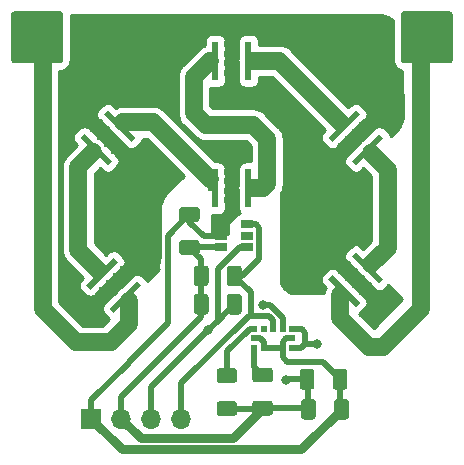
<source format=gbr>
%TF.GenerationSoftware,KiCad,Pcbnew,5.1.6*%
%TF.CreationDate,2020-09-21T04:08:01+02:00*%
%TF.ProjectId,inulox_led_bulb,696e756c-6f78-45f6-9c65-645f62756c62,rev?*%
%TF.SameCoordinates,Original*%
%TF.FileFunction,Copper,L1,Top*%
%TF.FilePolarity,Positive*%
%FSLAX46Y46*%
G04 Gerber Fmt 4.6, Leading zero omitted, Abs format (unit mm)*
G04 Created by KiCad (PCBNEW 5.1.6) date 2020-09-21 04:08:01*
%MOMM*%
%LPD*%
G01*
G04 APERTURE LIST*
%TA.AperFunction,SMDPad,CuDef*%
%ADD10R,1.060000X0.650000*%
%TD*%
%TA.AperFunction,SMDPad,CuDef*%
%ADD11R,0.080000X0.250000*%
%TD*%
%TA.AperFunction,SMDPad,CuDef*%
%ADD12R,0.500000X0.500000*%
%TD*%
%TA.AperFunction,ComponentPad*%
%ADD13O,1.700000X1.700000*%
%TD*%
%TA.AperFunction,ComponentPad*%
%ADD14R,1.700000X1.700000*%
%TD*%
%TA.AperFunction,SMDPad,CuDef*%
%ADD15C,0.100000*%
%TD*%
%TA.AperFunction,SMDPad,CuDef*%
%ADD16R,1.300000X3.300000*%
%TD*%
%TA.AperFunction,SMDPad,CuDef*%
%ADD17R,0.500000X3.300000*%
%TD*%
%TA.AperFunction,SMDPad,CuDef*%
%ADD18R,0.400000X0.500000*%
%TD*%
%TA.AperFunction,ViaPad*%
%ADD19C,0.800000*%
%TD*%
%TA.AperFunction,ViaPad*%
%ADD20C,0.600000*%
%TD*%
%TA.AperFunction,Conductor*%
%ADD21C,0.500000*%
%TD*%
%TA.AperFunction,Conductor*%
%ADD22C,0.750000*%
%TD*%
%TA.AperFunction,Conductor*%
%ADD23C,1.500000*%
%TD*%
%TA.AperFunction,Conductor*%
%ADD24C,0.250000*%
%TD*%
%TA.AperFunction,Conductor*%
%ADD25C,0.254000*%
%TD*%
G04 APERTURE END LIST*
%TO.P,LED +,1*%
%TO.N,Net-(D1-Pad2)*%
%TA.AperFunction,ComponentPad*%
G36*
G01*
X96300000Y-41950001D02*
X96300000Y-38049999D01*
G75*
G02*
X96549999Y-37800000I249999J0D01*
G01*
X100450001Y-37800000D01*
G75*
G02*
X100700000Y-38049999I0J-249999D01*
G01*
X100700000Y-41950001D01*
G75*
G02*
X100450001Y-42200000I-249999J0D01*
G01*
X96549999Y-42200000D01*
G75*
G02*
X96300000Y-41950001I0J249999D01*
G01*
G37*
%TD.AperFunction*%
%TD*%
%TO.P,LED -,1*%
%TO.N,Net-(D6-Pad1)*%
%TA.AperFunction,ComponentPad*%
G36*
G01*
X129300000Y-41950001D02*
X129300000Y-38049999D01*
G75*
G02*
X129549999Y-37800000I249999J0D01*
G01*
X133450001Y-37800000D01*
G75*
G02*
X133700000Y-38049999I0J-249999D01*
G01*
X133700000Y-41950001D01*
G75*
G02*
X133450001Y-42200000I-249999J0D01*
G01*
X129549999Y-42200000D01*
G75*
G02*
X129300000Y-41950001I0J249999D01*
G01*
G37*
%TD.AperFunction*%
%TD*%
D10*
%TO.P,U2,5*%
%TO.N,Net-(U2-Pad5)*%
X116300000Y-56800000D03*
%TO.P,U2,6*%
%TO.N,Net-(J1-Pad4)*%
X116300000Y-55850000D03*
%TO.P,U2,4*%
%TO.N,Net-(J1-Pad3)*%
X116300000Y-57750000D03*
%TO.P,U2,3*%
%TO.N,VCC*%
X114100000Y-57750000D03*
%TO.P,U2,2*%
%TO.N,GND*%
X114100000Y-56800000D03*
%TO.P,U2,1*%
X114100000Y-55850000D03*
%TD*%
D11*
%TO.P,U1,1*%
%TO.N,VCC*%
X120390000Y-66175000D03*
D12*
%TO.P,U1,6*%
%TO.N,GND*%
X116900000Y-65500000D03*
%TO.P,U1,5*%
%TO.N,Net-(R6-Pad2)*%
X116900000Y-66300000D03*
%TO.P,U1,4*%
%TO.N,GND*%
X117700000Y-66300000D03*
%TO.P,U1,3*%
X118500000Y-66300000D03*
%TO.P,U1,2*%
X119300000Y-66300000D03*
%TO.P,U1,1*%
%TO.N,VCC*%
X120100000Y-66300000D03*
%TO.P,U1,12*%
%TO.N,GND*%
X120100000Y-65500000D03*
%TO.P,U1,7*%
%TO.N,Net-(R4-Pad2)*%
X116900000Y-64700000D03*
%TO.P,U1,8*%
%TO.N,Net-(U1-Pad8)*%
X117700000Y-64700000D03*
%TO.P,U1,9*%
%TO.N,Net-(J1-Pad4)*%
X118500000Y-64700000D03*
%TO.P,U1,10*%
%TO.N,Net-(J1-Pad3)*%
X119300000Y-64700000D03*
%TO.P,U1,11*%
%TO.N,VCC*%
X120100000Y-64700000D03*
%TD*%
%TO.P,R6,2*%
%TO.N,Net-(R6-Pad2)*%
%TA.AperFunction,SMDPad,CuDef*%
G36*
G01*
X118225000Y-69225000D02*
X116975000Y-69225000D01*
G75*
G02*
X116725000Y-68975000I0J250000D01*
G01*
X116725000Y-68225000D01*
G75*
G02*
X116975000Y-67975000I250000J0D01*
G01*
X118225000Y-67975000D01*
G75*
G02*
X118475000Y-68225000I0J-250000D01*
G01*
X118475000Y-68975000D01*
G75*
G02*
X118225000Y-69225000I-250000J0D01*
G01*
G37*
%TD.AperFunction*%
%TO.P,R6,1*%
%TO.N,VCC*%
%TA.AperFunction,SMDPad,CuDef*%
G36*
G01*
X118225000Y-72025000D02*
X116975000Y-72025000D01*
G75*
G02*
X116725000Y-71775000I0J250000D01*
G01*
X116725000Y-71025000D01*
G75*
G02*
X116975000Y-70775000I250000J0D01*
G01*
X118225000Y-70775000D01*
G75*
G02*
X118475000Y-71025000I0J-250000D01*
G01*
X118475000Y-71775000D01*
G75*
G02*
X118225000Y-72025000I-250000J0D01*
G01*
G37*
%TD.AperFunction*%
%TD*%
%TO.P,R4,2*%
%TO.N,Net-(R4-Pad2)*%
%TA.AperFunction,SMDPad,CuDef*%
G36*
G01*
X115195000Y-69265000D02*
X113945000Y-69265000D01*
G75*
G02*
X113695000Y-69015000I0J250000D01*
G01*
X113695000Y-68265000D01*
G75*
G02*
X113945000Y-68015000I250000J0D01*
G01*
X115195000Y-68015000D01*
G75*
G02*
X115445000Y-68265000I0J-250000D01*
G01*
X115445000Y-69015000D01*
G75*
G02*
X115195000Y-69265000I-250000J0D01*
G01*
G37*
%TD.AperFunction*%
%TO.P,R4,1*%
%TO.N,VCC*%
%TA.AperFunction,SMDPad,CuDef*%
G36*
G01*
X115195000Y-72065000D02*
X113945000Y-72065000D01*
G75*
G02*
X113695000Y-71815000I0J250000D01*
G01*
X113695000Y-71065000D01*
G75*
G02*
X113945000Y-70815000I250000J0D01*
G01*
X115195000Y-70815000D01*
G75*
G02*
X115445000Y-71065000I0J-250000D01*
G01*
X115445000Y-71815000D01*
G75*
G02*
X115195000Y-72065000I-250000J0D01*
G01*
G37*
%TD.AperFunction*%
%TD*%
%TO.P,R2,2*%
%TO.N,Net-(J1-Pad3)*%
%TA.AperFunction,SMDPad,CuDef*%
G36*
G01*
X114575000Y-63225000D02*
X114575000Y-61975000D01*
G75*
G02*
X114825000Y-61725000I250000J0D01*
G01*
X115575000Y-61725000D01*
G75*
G02*
X115825000Y-61975000I0J-250000D01*
G01*
X115825000Y-63225000D01*
G75*
G02*
X115575000Y-63475000I-250000J0D01*
G01*
X114825000Y-63475000D01*
G75*
G02*
X114575000Y-63225000I0J250000D01*
G01*
G37*
%TD.AperFunction*%
%TO.P,R2,1*%
%TO.N,VCC*%
%TA.AperFunction,SMDPad,CuDef*%
G36*
G01*
X111775000Y-63225000D02*
X111775000Y-61975000D01*
G75*
G02*
X112025000Y-61725000I250000J0D01*
G01*
X112775000Y-61725000D01*
G75*
G02*
X113025000Y-61975000I0J-250000D01*
G01*
X113025000Y-63225000D01*
G75*
G02*
X112775000Y-63475000I-250000J0D01*
G01*
X112025000Y-63475000D01*
G75*
G02*
X111775000Y-63225000I0J250000D01*
G01*
G37*
%TD.AperFunction*%
%TD*%
%TO.P,R1,2*%
%TO.N,Net-(J1-Pad4)*%
%TA.AperFunction,SMDPad,CuDef*%
G36*
G01*
X114575000Y-60825000D02*
X114575000Y-59575000D01*
G75*
G02*
X114825000Y-59325000I250000J0D01*
G01*
X115575000Y-59325000D01*
G75*
G02*
X115825000Y-59575000I0J-250000D01*
G01*
X115825000Y-60825000D01*
G75*
G02*
X115575000Y-61075000I-250000J0D01*
G01*
X114825000Y-61075000D01*
G75*
G02*
X114575000Y-60825000I0J250000D01*
G01*
G37*
%TD.AperFunction*%
%TO.P,R1,1*%
%TO.N,VCC*%
%TA.AperFunction,SMDPad,CuDef*%
G36*
G01*
X111775000Y-60825000D02*
X111775000Y-59575000D01*
G75*
G02*
X112025000Y-59325000I250000J0D01*
G01*
X112775000Y-59325000D01*
G75*
G02*
X113025000Y-59575000I0J-250000D01*
G01*
X113025000Y-60825000D01*
G75*
G02*
X112775000Y-61075000I-250000J0D01*
G01*
X112025000Y-61075000D01*
G75*
G02*
X111775000Y-60825000I0J250000D01*
G01*
G37*
%TD.AperFunction*%
%TD*%
D13*
%TO.P,J1,4*%
%TO.N,Net-(J1-Pad4)*%
X110720000Y-72300000D03*
%TO.P,J1,3*%
%TO.N,Net-(J1-Pad3)*%
X108180000Y-72300000D03*
%TO.P,J1,2*%
%TO.N,VCC*%
X105640000Y-72300000D03*
D14*
%TO.P,J1,1*%
%TO.N,GND*%
X103100000Y-72300000D03*
%TD*%
%TA.AperFunction,SMDPad,CuDef*%
D15*
%TO.P,D6,*%
%TO.N,GND*%
G36*
X126207107Y-62126346D02*
G01*
X123873654Y-59792893D01*
X124792893Y-58873654D01*
X127126346Y-61207107D01*
X126207107Y-62126346D01*
G37*
%TD.AperFunction*%
%TA.AperFunction,SMDPad,CuDef*%
%TO.P,D6,1*%
%TO.N,Net-(D6-Pad1)*%
G36*
X125500000Y-62833452D02*
G01*
X123166548Y-60500000D01*
X123520102Y-60146446D01*
X125853554Y-62479898D01*
X125500000Y-62833452D01*
G37*
%TD.AperFunction*%
%TA.AperFunction,SMDPad,CuDef*%
%TO.P,D6,2*%
%TO.N,Net-(D5-Pad1)*%
G36*
X127479898Y-60853554D02*
G01*
X125146446Y-58520102D01*
X125500000Y-58166548D01*
X127833452Y-60500000D01*
X127479898Y-60853554D01*
G37*
%TD.AperFunction*%
%TA.AperFunction,SMDPad,CuDef*%
%TO.P,D6,1*%
%TO.N,Net-(D6-Pad1)*%
G36*
X124227207Y-62126346D02*
G01*
X123873654Y-61772793D01*
X124156497Y-61489950D01*
X124510050Y-61843503D01*
X124227207Y-62126346D01*
G37*
%TD.AperFunction*%
%TA.AperFunction,SMDPad,CuDef*%
%TO.P,D6,2*%
%TO.N,Net-(D5-Pad1)*%
G36*
X126843503Y-59510050D02*
G01*
X126489950Y-59156497D01*
X126772793Y-58873654D01*
X127126346Y-59227207D01*
X126843503Y-59510050D01*
G37*
%TD.AperFunction*%
%TD*%
%TA.AperFunction,SMDPad,CuDef*%
%TO.P,D5,*%
%TO.N,GND*%
G36*
X127126346Y-47792893D02*
G01*
X124792893Y-50126346D01*
X123873654Y-49207107D01*
X126207107Y-46873654D01*
X127126346Y-47792893D01*
G37*
%TD.AperFunction*%
%TA.AperFunction,SMDPad,CuDef*%
%TO.P,D5,1*%
%TO.N,Net-(D5-Pad1)*%
G36*
X127833452Y-48500000D02*
G01*
X125500000Y-50833452D01*
X125146446Y-50479898D01*
X127479898Y-48146446D01*
X127833452Y-48500000D01*
G37*
%TD.AperFunction*%
%TA.AperFunction,SMDPad,CuDef*%
%TO.P,D5,2*%
%TO.N,Net-(D4-Pad1)*%
G36*
X125853554Y-46520102D02*
G01*
X123520102Y-48853554D01*
X123166548Y-48500000D01*
X125500000Y-46166548D01*
X125853554Y-46520102D01*
G37*
%TD.AperFunction*%
%TA.AperFunction,SMDPad,CuDef*%
%TO.P,D5,1*%
%TO.N,Net-(D5-Pad1)*%
G36*
X127126346Y-49772793D02*
G01*
X126772793Y-50126346D01*
X126489950Y-49843503D01*
X126843503Y-49489950D01*
X127126346Y-49772793D01*
G37*
%TD.AperFunction*%
%TA.AperFunction,SMDPad,CuDef*%
%TO.P,D5,2*%
%TO.N,Net-(D4-Pad1)*%
G36*
X124510050Y-47156497D02*
G01*
X124156497Y-47510050D01*
X123873654Y-47227207D01*
X124227207Y-46873654D01*
X124510050Y-47156497D01*
G37*
%TD.AperFunction*%
%TD*%
D16*
%TO.P,D4,*%
%TO.N,GND*%
X115000000Y-42000000D03*
D17*
%TO.P,D4,1*%
%TO.N,Net-(D4-Pad1)*%
X116400000Y-42000000D03*
%TO.P,D4,2*%
%TO.N,Net-(D3-Pad1)*%
X113600000Y-42000000D03*
D18*
%TO.P,D4,1*%
%TO.N,Net-(D4-Pad1)*%
X116850000Y-42000000D03*
%TO.P,D4,2*%
%TO.N,Net-(D3-Pad1)*%
X113150000Y-42000000D03*
%TD*%
D16*
%TO.P,D3,*%
%TO.N,GND*%
X115000000Y-52800000D03*
D17*
%TO.P,D3,1*%
%TO.N,Net-(D3-Pad1)*%
X116400000Y-52800000D03*
%TO.P,D3,2*%
%TO.N,Net-(D2-Pad1)*%
X113600000Y-52800000D03*
D18*
%TO.P,D3,1*%
%TO.N,Net-(D3-Pad1)*%
X116850000Y-52800000D03*
%TO.P,D3,2*%
%TO.N,Net-(D2-Pad1)*%
X113150000Y-52800000D03*
%TD*%
%TA.AperFunction,SMDPad,CuDef*%
D15*
%TO.P,D2,*%
%TO.N,GND*%
G36*
X103792893Y-46873654D02*
G01*
X106126346Y-49207107D01*
X105207107Y-50126346D01*
X102873654Y-47792893D01*
X103792893Y-46873654D01*
G37*
%TD.AperFunction*%
%TA.AperFunction,SMDPad,CuDef*%
%TO.P,D2,1*%
%TO.N,Net-(D2-Pad1)*%
G36*
X104500000Y-46166548D02*
G01*
X106833452Y-48500000D01*
X106479898Y-48853554D01*
X104146446Y-46520102D01*
X104500000Y-46166548D01*
G37*
%TD.AperFunction*%
%TA.AperFunction,SMDPad,CuDef*%
%TO.P,D2,2*%
%TO.N,Net-(D1-Pad1)*%
G36*
X102520102Y-48146446D02*
G01*
X104853554Y-50479898D01*
X104500000Y-50833452D01*
X102166548Y-48500000D01*
X102520102Y-48146446D01*
G37*
%TD.AperFunction*%
%TA.AperFunction,SMDPad,CuDef*%
%TO.P,D2,1*%
%TO.N,Net-(D2-Pad1)*%
G36*
X105772793Y-46873654D02*
G01*
X106126346Y-47227207D01*
X105843503Y-47510050D01*
X105489950Y-47156497D01*
X105772793Y-46873654D01*
G37*
%TD.AperFunction*%
%TA.AperFunction,SMDPad,CuDef*%
%TO.P,D2,2*%
%TO.N,Net-(D1-Pad1)*%
G36*
X103156497Y-49489950D02*
G01*
X103510050Y-49843503D01*
X103227207Y-50126346D01*
X102873654Y-49772793D01*
X103156497Y-49489950D01*
G37*
%TD.AperFunction*%
%TD*%
%TA.AperFunction,SMDPad,CuDef*%
%TO.P,D1,*%
%TO.N,GND*%
G36*
X103373654Y-61707107D02*
G01*
X105707107Y-59373654D01*
X106626346Y-60292893D01*
X104292893Y-62626346D01*
X103373654Y-61707107D01*
G37*
%TD.AperFunction*%
%TA.AperFunction,SMDPad,CuDef*%
%TO.P,D1,1*%
%TO.N,Net-(D1-Pad1)*%
G36*
X102666548Y-61000000D02*
G01*
X105000000Y-58666548D01*
X105353554Y-59020102D01*
X103020102Y-61353554D01*
X102666548Y-61000000D01*
G37*
%TD.AperFunction*%
%TA.AperFunction,SMDPad,CuDef*%
%TO.P,D1,2*%
%TO.N,Net-(D1-Pad2)*%
G36*
X104646446Y-62979898D02*
G01*
X106979898Y-60646446D01*
X107333452Y-61000000D01*
X105000000Y-63333452D01*
X104646446Y-62979898D01*
G37*
%TD.AperFunction*%
%TA.AperFunction,SMDPad,CuDef*%
%TO.P,D1,1*%
%TO.N,Net-(D1-Pad1)*%
G36*
X103373654Y-59727207D02*
G01*
X103727207Y-59373654D01*
X104010050Y-59656497D01*
X103656497Y-60010050D01*
X103373654Y-59727207D01*
G37*
%TD.AperFunction*%
%TA.AperFunction,SMDPad,CuDef*%
%TO.P,D1,2*%
%TO.N,Net-(D1-Pad2)*%
G36*
X105989950Y-62343503D02*
G01*
X106343503Y-61989950D01*
X106626346Y-62272793D01*
X106272793Y-62626346D01*
X105989950Y-62343503D01*
G37*
%TD.AperFunction*%
%TD*%
%TO.P,C3,2*%
%TO.N,GND*%
%TA.AperFunction,SMDPad,CuDef*%
G36*
G01*
X123525000Y-69575000D02*
X123525000Y-68325000D01*
G75*
G02*
X123775000Y-68075000I250000J0D01*
G01*
X124525000Y-68075000D01*
G75*
G02*
X124775000Y-68325000I0J-250000D01*
G01*
X124775000Y-69575000D01*
G75*
G02*
X124525000Y-69825000I-250000J0D01*
G01*
X123775000Y-69825000D01*
G75*
G02*
X123525000Y-69575000I0J250000D01*
G01*
G37*
%TD.AperFunction*%
%TO.P,C3,1*%
%TO.N,VCC*%
%TA.AperFunction,SMDPad,CuDef*%
G36*
G01*
X120725000Y-69575000D02*
X120725000Y-68325000D01*
G75*
G02*
X120975000Y-68075000I250000J0D01*
G01*
X121725000Y-68075000D01*
G75*
G02*
X121975000Y-68325000I0J-250000D01*
G01*
X121975000Y-69575000D01*
G75*
G02*
X121725000Y-69825000I-250000J0D01*
G01*
X120975000Y-69825000D01*
G75*
G02*
X120725000Y-69575000I0J250000D01*
G01*
G37*
%TD.AperFunction*%
%TD*%
%TO.P,C2,2*%
%TO.N,GND*%
%TA.AperFunction,SMDPad,CuDef*%
G36*
G01*
X123655000Y-72115000D02*
X123655000Y-70865000D01*
G75*
G02*
X123905000Y-70615000I250000J0D01*
G01*
X124655000Y-70615000D01*
G75*
G02*
X124905000Y-70865000I0J-250000D01*
G01*
X124905000Y-72115000D01*
G75*
G02*
X124655000Y-72365000I-250000J0D01*
G01*
X123905000Y-72365000D01*
G75*
G02*
X123655000Y-72115000I0J250000D01*
G01*
G37*
%TD.AperFunction*%
%TO.P,C2,1*%
%TO.N,VCC*%
%TA.AperFunction,SMDPad,CuDef*%
G36*
G01*
X120855000Y-72115000D02*
X120855000Y-70865000D01*
G75*
G02*
X121105000Y-70615000I250000J0D01*
G01*
X121855000Y-70615000D01*
G75*
G02*
X122105000Y-70865000I0J-250000D01*
G01*
X122105000Y-72115000D01*
G75*
G02*
X121855000Y-72365000I-250000J0D01*
G01*
X121105000Y-72365000D01*
G75*
G02*
X120855000Y-72115000I0J250000D01*
G01*
G37*
%TD.AperFunction*%
%TD*%
%TO.P,C1,2*%
%TO.N,VCC*%
%TA.AperFunction,SMDPad,CuDef*%
G36*
G01*
X110775000Y-57175000D02*
X112025000Y-57175000D01*
G75*
G02*
X112275000Y-57425000I0J-250000D01*
G01*
X112275000Y-58175000D01*
G75*
G02*
X112025000Y-58425000I-250000J0D01*
G01*
X110775000Y-58425000D01*
G75*
G02*
X110525000Y-58175000I0J250000D01*
G01*
X110525000Y-57425000D01*
G75*
G02*
X110775000Y-57175000I250000J0D01*
G01*
G37*
%TD.AperFunction*%
%TO.P,C1,1*%
%TO.N,GND*%
%TA.AperFunction,SMDPad,CuDef*%
G36*
G01*
X110775000Y-54375000D02*
X112025000Y-54375000D01*
G75*
G02*
X112275000Y-54625000I0J-250000D01*
G01*
X112275000Y-55375000D01*
G75*
G02*
X112025000Y-55625000I-250000J0D01*
G01*
X110775000Y-55625000D01*
G75*
G02*
X110525000Y-55375000I0J250000D01*
G01*
X110525000Y-54625000D01*
G75*
G02*
X110775000Y-54375000I250000J0D01*
G01*
G37*
%TD.AperFunction*%
%TD*%
D19*
%TO.N,VCC*%
X122200000Y-66000000D03*
X119600000Y-69000014D03*
D20*
%TO.N,GND*%
X115000000Y-54400000D03*
X114600000Y-53800000D03*
X115400000Y-53800000D03*
X115400000Y-53000000D03*
X114600000Y-53000000D03*
X114600000Y-52200000D03*
X115400000Y-52200000D03*
X115400000Y-51400000D03*
X114600000Y-51400000D03*
X115000000Y-43600000D03*
X115400000Y-43000000D03*
X114600000Y-43000000D03*
X114600000Y-42200000D03*
X115400000Y-42200000D03*
X115400000Y-41400000D03*
X114600000Y-41400000D03*
X115400000Y-40600000D03*
X114600000Y-40600000D03*
X104000000Y-61400000D03*
X104600000Y-62000000D03*
X105200000Y-61400000D03*
X104600000Y-60800000D03*
X105200000Y-60200000D03*
X105800000Y-60800000D03*
X106400000Y-60200000D03*
X105800000Y-59600000D03*
X126000000Y-47400000D03*
X126600000Y-48000000D03*
X126000000Y-48600000D03*
X125400000Y-48000000D03*
X124800000Y-48600000D03*
X125400000Y-49200000D03*
X124800000Y-49800000D03*
X124200000Y-49200000D03*
X126000000Y-61600000D03*
X126600000Y-61000000D03*
X126000000Y-60400000D03*
X125400000Y-61000000D03*
X124800000Y-60400000D03*
X125400000Y-59800000D03*
X124800000Y-59200000D03*
X124200000Y-59800000D03*
X105600000Y-49000000D03*
X105000000Y-49600000D03*
X104400000Y-49000000D03*
X105000000Y-48400000D03*
X104400000Y-47800000D03*
X103800000Y-48400000D03*
X103200000Y-47800000D03*
X103800000Y-47200000D03*
X103800000Y-62200000D03*
X106600000Y-59400000D03*
X115000000Y-40000000D03*
X124000000Y-50000000D03*
X126800000Y-47200000D03*
X124000000Y-59000000D03*
X126800000Y-61800000D03*
X105800000Y-49800000D03*
X103000000Y-47000000D03*
X115000000Y-50800000D03*
D19*
%TO.N,Net-(J1-Pad3)*%
X117600000Y-62664956D03*
X112999999Y-64800001D03*
%TD*%
D21*
%TO.N,VCC*%
X112400000Y-60200000D02*
X112400000Y-62600000D01*
X111450000Y-57750000D02*
X111400000Y-57800000D01*
X114100000Y-57750000D02*
X111450000Y-57750000D01*
X111400000Y-57800000D02*
X112400000Y-58800000D01*
X112400000Y-58800000D02*
X112400000Y-60200000D01*
X117560000Y-71440000D02*
X117600000Y-71400000D01*
X114570000Y-71440000D02*
X117560000Y-71440000D01*
X121390000Y-71400000D02*
X121480000Y-71490000D01*
X117600000Y-71400000D02*
X121390000Y-71400000D01*
X121480000Y-69080000D02*
X121350000Y-68950000D01*
X121480000Y-71490000D02*
X121480000Y-69080000D01*
X120100000Y-64700000D02*
X120900000Y-64700000D01*
X120900000Y-64700000D02*
X121200000Y-65000000D01*
X120850000Y-66300000D02*
X120100000Y-66300000D01*
X121200000Y-65950000D02*
X120850000Y-66300000D01*
X121200000Y-65000000D02*
X121200000Y-65950000D01*
X121250000Y-66000000D02*
X121200000Y-65950000D01*
X122200000Y-66000000D02*
X121250000Y-66000000D01*
X112400000Y-63700000D02*
X112400000Y-62600000D01*
X105640000Y-72300000D02*
X105640000Y-70460000D01*
X105640000Y-70460000D02*
X112400000Y-63700000D01*
X121350000Y-68950000D02*
X119650014Y-68950000D01*
X119650014Y-68950000D02*
X119600000Y-69000014D01*
D22*
X107289989Y-73949989D02*
X115050011Y-73949989D01*
X115050011Y-73949989D02*
X117600000Y-71400000D01*
X105640000Y-72300000D02*
X107289989Y-73949989D01*
D21*
%TO.N,GND*%
X111400000Y-55000000D02*
X111400000Y-55600000D01*
X112600000Y-56800000D02*
X114100000Y-56800000D01*
X111400000Y-55600000D02*
X112600000Y-56800000D01*
X114100000Y-55850000D02*
X114100000Y-56800000D01*
X124150000Y-71360000D02*
X124280000Y-71490000D01*
X124150000Y-68950000D02*
X124150000Y-71360000D01*
X119300000Y-66300000D02*
X118500000Y-66300000D01*
X118500000Y-66300000D02*
X117700000Y-66300000D01*
X117410002Y-65500000D02*
X116900000Y-65500000D01*
X117700000Y-65789998D02*
X117410002Y-65500000D01*
X117700000Y-66300000D02*
X117700000Y-65789998D01*
X119589998Y-65500000D02*
X120100000Y-65500000D01*
X119300000Y-65789998D02*
X119589998Y-65500000D01*
X119300000Y-66300000D02*
X119300000Y-65789998D01*
X103100000Y-70740000D02*
X106299990Y-67540010D01*
X109600000Y-56800000D02*
X111400000Y-55000000D01*
X103100000Y-72300000D02*
X103100000Y-70740000D01*
X109600000Y-64200000D02*
X109600000Y-56800000D01*
X106299990Y-67540010D02*
X106299990Y-67500010D01*
X106299990Y-67500010D02*
X109600000Y-64200000D01*
X119300000Y-67100000D02*
X119300000Y-66300000D01*
X119700000Y-67500000D02*
X119300000Y-67100000D01*
X124150000Y-68950000D02*
X122700000Y-67500000D01*
X122700000Y-67500000D02*
X119700000Y-67500000D01*
D22*
X120870000Y-74900000D02*
X124280000Y-71490000D01*
X103100000Y-72300000D02*
X105700000Y-74900000D01*
X105700000Y-74900000D02*
X120870000Y-74900000D01*
D23*
%TO.N,Net-(D1-Pad1)*%
X103691852Y-59691852D02*
X102000000Y-58000000D01*
X102000000Y-51000000D02*
X103274999Y-49725001D01*
X102000000Y-58000000D02*
X102000000Y-51000000D01*
%TO.N,Net-(D1-Pad2)*%
X106308148Y-64291852D02*
X106308148Y-62308148D01*
X104800000Y-65800000D02*
X106308148Y-64291852D01*
X99000000Y-45000000D02*
X99000000Y-63000000D01*
X99000000Y-63000000D02*
X101800000Y-65800000D01*
X101800000Y-65800000D02*
X104800000Y-65800000D01*
X99000000Y-45000000D02*
X99000000Y-40000000D01*
%TO.N,Net-(D2-Pad1)*%
X108341852Y-47191852D02*
X113150000Y-52000000D01*
X105808148Y-47191852D02*
X108341852Y-47191852D01*
D24*
X113150000Y-52350000D02*
X113600000Y-52800000D01*
X113150000Y-52000000D02*
X113150000Y-52350000D01*
X113150000Y-52350000D02*
X113150000Y-52800000D01*
D23*
%TO.N,Net-(D3-Pad1)*%
X116850000Y-52800000D02*
X117600000Y-52800000D01*
X117600000Y-52800000D02*
X118000000Y-52400000D01*
X118000000Y-52400000D02*
X118000000Y-48600000D01*
X111800000Y-46400000D02*
X111800000Y-43350000D01*
X111800000Y-43350000D02*
X113150000Y-42000000D01*
X112800000Y-47400000D02*
X111800000Y-46400000D01*
X118000000Y-48600000D02*
X116800000Y-47400000D01*
X116800000Y-47400000D02*
X112800000Y-47400000D01*
%TO.N,Net-(D4-Pad1)*%
X119000000Y-42000000D02*
X124191852Y-47191852D01*
X116850000Y-42000000D02*
X119000000Y-42000000D01*
%TO.N,Net-(D5-Pad1)*%
X126808148Y-49808148D02*
X128200000Y-51200000D01*
X128200000Y-57800000D02*
X126808148Y-59191852D01*
X128200000Y-51200000D02*
X128200000Y-57800000D01*
%TO.N,Net-(D6-Pad1)*%
X124191852Y-61808148D02*
X124191852Y-63791852D01*
X124191852Y-63791852D02*
X126600000Y-66200000D01*
X126600000Y-66200000D02*
X127800000Y-66200000D01*
X127800000Y-66200000D02*
X131000000Y-63000000D01*
X131000000Y-63000000D02*
X131000000Y-45000000D01*
X131000000Y-45000000D02*
X131000000Y-40000000D01*
D21*
%TO.N,Net-(J1-Pad3)*%
X115200000Y-62600000D02*
X113874990Y-63925010D01*
X113894093Y-63905907D02*
X113874990Y-63925010D01*
X119300000Y-64700000D02*
X119300000Y-63760038D01*
X118204918Y-62664956D02*
X117600000Y-62664956D01*
X119300000Y-63760038D02*
X118204918Y-62664956D01*
X113894093Y-63905907D02*
X112999999Y-64800001D01*
X113800000Y-64000000D02*
X112999999Y-64800001D01*
X113800000Y-59610034D02*
X113800000Y-64000000D01*
X116300000Y-57750000D02*
X115660034Y-57750000D01*
X115660034Y-57750000D02*
X113800000Y-59610034D01*
X108180000Y-69620000D02*
X112999999Y-64800001D01*
X108180000Y-72300000D02*
X108180000Y-69620000D01*
%TO.N,Net-(R4-Pad2)*%
X114610000Y-68640000D02*
X114570000Y-68640000D01*
X114600000Y-68610000D02*
X114570000Y-68640000D01*
X116900000Y-64700000D02*
X116500000Y-64700000D01*
X114600000Y-66600000D02*
X114600000Y-68610000D01*
X116500000Y-64700000D02*
X114600000Y-66600000D01*
%TO.N,Net-(R6-Pad2)*%
X116900000Y-67900000D02*
X116900000Y-66300000D01*
X117600000Y-68600000D02*
X116900000Y-67900000D01*
%TO.N,Net-(J1-Pad4)*%
X117015002Y-55850000D02*
X116300000Y-55850000D01*
X117280001Y-56114999D02*
X117015002Y-55850000D01*
X115825000Y-60200000D02*
X117280001Y-58744999D01*
X117280001Y-58744999D02*
X117280001Y-56114999D01*
X115200000Y-60200000D02*
X115825000Y-60200000D01*
X118150000Y-63600000D02*
X116600000Y-63600000D01*
X118500000Y-64700000D02*
X118500000Y-63950000D01*
X116600000Y-61600000D02*
X115200000Y-60200000D01*
X118500000Y-63950000D02*
X118150000Y-63600000D01*
X116600000Y-63600000D02*
X116600000Y-63400000D01*
X116600000Y-63400000D02*
X116600000Y-61600000D01*
X116410038Y-63600000D02*
X116600000Y-63600000D01*
X110720000Y-72300000D02*
X110720000Y-69290038D01*
X110720000Y-69290038D02*
X116410038Y-63600000D01*
%TD*%
D25*
%TO.N,GND*%
G36*
X104096568Y-45676174D02*
G01*
X104048815Y-45715363D01*
X103695261Y-46068917D01*
X103615909Y-46165608D01*
X103556944Y-46275922D01*
X103520634Y-46395620D01*
X103508374Y-46520102D01*
X103520634Y-46644584D01*
X103556944Y-46764282D01*
X103615909Y-46874596D01*
X103695261Y-46971287D01*
X104607330Y-47883356D01*
X104650991Y-47965040D01*
X104824067Y-48175933D01*
X105034960Y-48349009D01*
X105116644Y-48392670D01*
X106028713Y-49304739D01*
X106125404Y-49384091D01*
X106235718Y-49443056D01*
X106355416Y-49479366D01*
X106479898Y-49491626D01*
X106604380Y-49479366D01*
X106724078Y-49443056D01*
X106834392Y-49384091D01*
X106931083Y-49304739D01*
X107284637Y-48951185D01*
X107323826Y-48903432D01*
X108420394Y-50000000D01*
X106000000Y-52420394D01*
X104903432Y-51323826D01*
X104951185Y-51284637D01*
X105304739Y-50931083D01*
X105384091Y-50834392D01*
X105443056Y-50724078D01*
X105479366Y-50604380D01*
X105491626Y-50479898D01*
X105479366Y-50355416D01*
X105443056Y-50235718D01*
X105384091Y-50125404D01*
X105304739Y-50028713D01*
X104600961Y-49324935D01*
X104560763Y-49192421D01*
X104432155Y-48951813D01*
X104259080Y-48740920D01*
X104048187Y-48567845D01*
X103807579Y-48439237D01*
X103675065Y-48399039D01*
X102971287Y-47695261D01*
X102874596Y-47615909D01*
X102764282Y-47556944D01*
X102644584Y-47520634D01*
X102520102Y-47508374D01*
X102395620Y-47520634D01*
X102275922Y-47556944D01*
X102165608Y-47615909D01*
X102068917Y-47695261D01*
X101715363Y-48048815D01*
X101676174Y-48096568D01*
X100579606Y-47000000D01*
X103000000Y-44579606D01*
X104096568Y-45676174D01*
G37*
X104096568Y-45676174D02*
X104048815Y-45715363D01*
X103695261Y-46068917D01*
X103615909Y-46165608D01*
X103556944Y-46275922D01*
X103520634Y-46395620D01*
X103508374Y-46520102D01*
X103520634Y-46644584D01*
X103556944Y-46764282D01*
X103615909Y-46874596D01*
X103695261Y-46971287D01*
X104607330Y-47883356D01*
X104650991Y-47965040D01*
X104824067Y-48175933D01*
X105034960Y-48349009D01*
X105116644Y-48392670D01*
X106028713Y-49304739D01*
X106125404Y-49384091D01*
X106235718Y-49443056D01*
X106355416Y-49479366D01*
X106479898Y-49491626D01*
X106604380Y-49479366D01*
X106724078Y-49443056D01*
X106834392Y-49384091D01*
X106931083Y-49304739D01*
X107284637Y-48951185D01*
X107323826Y-48903432D01*
X108420394Y-50000000D01*
X106000000Y-52420394D01*
X104903432Y-51323826D01*
X104951185Y-51284637D01*
X105304739Y-50931083D01*
X105384091Y-50834392D01*
X105443056Y-50724078D01*
X105479366Y-50604380D01*
X105491626Y-50479898D01*
X105479366Y-50355416D01*
X105443056Y-50235718D01*
X105384091Y-50125404D01*
X105304739Y-50028713D01*
X104600961Y-49324935D01*
X104560763Y-49192421D01*
X104432155Y-48951813D01*
X104259080Y-48740920D01*
X104048187Y-48567845D01*
X103807579Y-48439237D01*
X103675065Y-48399039D01*
X102971287Y-47695261D01*
X102874596Y-47615909D01*
X102764282Y-47556944D01*
X102644584Y-47520634D01*
X102520102Y-47508374D01*
X102395620Y-47520634D01*
X102275922Y-47556944D01*
X102165608Y-47615909D01*
X102068917Y-47695261D01*
X101715363Y-48048815D01*
X101676174Y-48096568D01*
X100579606Y-47000000D01*
X103000000Y-44579606D01*
X104096568Y-45676174D01*
G36*
X124992286Y-57771892D02*
G01*
X124695261Y-58068917D01*
X124615909Y-58165608D01*
X124556944Y-58275922D01*
X124520634Y-58395620D01*
X124508374Y-58520102D01*
X124520634Y-58644584D01*
X124556944Y-58764282D01*
X124615909Y-58874596D01*
X124695261Y-58971287D01*
X125607332Y-59883358D01*
X125650992Y-59965040D01*
X125824067Y-60175933D01*
X126034960Y-60349008D01*
X126116642Y-60392668D01*
X127028713Y-61304739D01*
X127125404Y-61384091D01*
X127235718Y-61443056D01*
X127355416Y-61479366D01*
X127479898Y-61491626D01*
X127604380Y-61479366D01*
X127724078Y-61443056D01*
X127834392Y-61384091D01*
X127931083Y-61304739D01*
X128228108Y-61007714D01*
X129420394Y-62200000D01*
X127000000Y-64620394D01*
X125782225Y-63402619D01*
X125854494Y-63363989D01*
X125951185Y-63284637D01*
X126304739Y-62931083D01*
X126384091Y-62834392D01*
X126443056Y-62724078D01*
X126479366Y-62604380D01*
X126491626Y-62479898D01*
X126479366Y-62355416D01*
X126443056Y-62235718D01*
X126384091Y-62125404D01*
X126304739Y-62028713D01*
X125392670Y-61116644D01*
X125349009Y-61034960D01*
X125175932Y-60824067D01*
X124965039Y-60650991D01*
X124883357Y-60607331D01*
X123971287Y-59695261D01*
X123874596Y-59615909D01*
X123764282Y-59556944D01*
X123644584Y-59520634D01*
X123520102Y-59508374D01*
X123395620Y-59520634D01*
X123275922Y-59556944D01*
X123165608Y-59615909D01*
X123068917Y-59695261D01*
X122715363Y-60048815D01*
X122636011Y-60145506D01*
X122597382Y-60217776D01*
X121579606Y-59200000D01*
X124000000Y-56779606D01*
X124992286Y-57771892D01*
G37*
X124992286Y-57771892D02*
X124695261Y-58068917D01*
X124615909Y-58165608D01*
X124556944Y-58275922D01*
X124520634Y-58395620D01*
X124508374Y-58520102D01*
X124520634Y-58644584D01*
X124556944Y-58764282D01*
X124615909Y-58874596D01*
X124695261Y-58971287D01*
X125607332Y-59883358D01*
X125650992Y-59965040D01*
X125824067Y-60175933D01*
X126034960Y-60349008D01*
X126116642Y-60392668D01*
X127028713Y-61304739D01*
X127125404Y-61384091D01*
X127235718Y-61443056D01*
X127355416Y-61479366D01*
X127479898Y-61491626D01*
X127604380Y-61479366D01*
X127724078Y-61443056D01*
X127834392Y-61384091D01*
X127931083Y-61304739D01*
X128228108Y-61007714D01*
X129420394Y-62200000D01*
X127000000Y-64620394D01*
X125782225Y-63402619D01*
X125854494Y-63363989D01*
X125951185Y-63284637D01*
X126304739Y-62931083D01*
X126384091Y-62834392D01*
X126443056Y-62724078D01*
X126479366Y-62604380D01*
X126491626Y-62479898D01*
X126479366Y-62355416D01*
X126443056Y-62235718D01*
X126384091Y-62125404D01*
X126304739Y-62028713D01*
X125392670Y-61116644D01*
X125349009Y-61034960D01*
X125175932Y-60824067D01*
X124965039Y-60650991D01*
X124883357Y-60607331D01*
X123971287Y-59695261D01*
X123874596Y-59615909D01*
X123764282Y-59556944D01*
X123644584Y-59520634D01*
X123520102Y-59508374D01*
X123395620Y-59520634D01*
X123275922Y-59556944D01*
X123165608Y-59615909D01*
X123068917Y-59695261D01*
X122715363Y-60048815D01*
X122636011Y-60145506D01*
X122597382Y-60217776D01*
X121579606Y-59200000D01*
X124000000Y-56779606D01*
X124992286Y-57771892D01*
G36*
X129420394Y-47000000D02*
G01*
X128323826Y-48096568D01*
X128284637Y-48048815D01*
X127931083Y-47695261D01*
X127834392Y-47615909D01*
X127724078Y-47556944D01*
X127604380Y-47520634D01*
X127479898Y-47508374D01*
X127355416Y-47520634D01*
X127235718Y-47556944D01*
X127125404Y-47615909D01*
X127028713Y-47695261D01*
X126116642Y-48607332D01*
X126034960Y-48650992D01*
X125824067Y-48824067D01*
X125650992Y-49034960D01*
X125607332Y-49116642D01*
X124695261Y-50028713D01*
X124615909Y-50125404D01*
X124556944Y-50235718D01*
X124520634Y-50355416D01*
X124508374Y-50479898D01*
X124520634Y-50604380D01*
X124556944Y-50724078D01*
X124615909Y-50834392D01*
X124695261Y-50931083D01*
X125048815Y-51284637D01*
X125096568Y-51323826D01*
X124000000Y-52420394D01*
X121579606Y-50000000D01*
X122676174Y-48903432D01*
X122715363Y-48951185D01*
X123068917Y-49304739D01*
X123165608Y-49384091D01*
X123275922Y-49443056D01*
X123395620Y-49479366D01*
X123520102Y-49491626D01*
X123644584Y-49479366D01*
X123764282Y-49443056D01*
X123874596Y-49384091D01*
X123971287Y-49304739D01*
X124883356Y-48392670D01*
X124965040Y-48349009D01*
X125175933Y-48175933D01*
X125349009Y-47965040D01*
X125392670Y-47883356D01*
X126304739Y-46971287D01*
X126384091Y-46874596D01*
X126443056Y-46764282D01*
X126479366Y-46644584D01*
X126491626Y-46520102D01*
X126479366Y-46395620D01*
X126443056Y-46275922D01*
X126384091Y-46165608D01*
X126304739Y-46068917D01*
X125951185Y-45715363D01*
X125903432Y-45676174D01*
X127000000Y-44579606D01*
X129420394Y-47000000D01*
G37*
X129420394Y-47000000D02*
X128323826Y-48096568D01*
X128284637Y-48048815D01*
X127931083Y-47695261D01*
X127834392Y-47615909D01*
X127724078Y-47556944D01*
X127604380Y-47520634D01*
X127479898Y-47508374D01*
X127355416Y-47520634D01*
X127235718Y-47556944D01*
X127125404Y-47615909D01*
X127028713Y-47695261D01*
X126116642Y-48607332D01*
X126034960Y-48650992D01*
X125824067Y-48824067D01*
X125650992Y-49034960D01*
X125607332Y-49116642D01*
X124695261Y-50028713D01*
X124615909Y-50125404D01*
X124556944Y-50235718D01*
X124520634Y-50355416D01*
X124508374Y-50479898D01*
X124520634Y-50604380D01*
X124556944Y-50724078D01*
X124615909Y-50834392D01*
X124695261Y-50931083D01*
X125048815Y-51284637D01*
X125096568Y-51323826D01*
X124000000Y-52420394D01*
X121579606Y-50000000D01*
X122676174Y-48903432D01*
X122715363Y-48951185D01*
X123068917Y-49304739D01*
X123165608Y-49384091D01*
X123275922Y-49443056D01*
X123395620Y-49479366D01*
X123520102Y-49491626D01*
X123644584Y-49479366D01*
X123764282Y-49443056D01*
X123874596Y-49384091D01*
X123971287Y-49304739D01*
X124883356Y-48392670D01*
X124965040Y-48349009D01*
X125175933Y-48175933D01*
X125349009Y-47965040D01*
X125392670Y-47883356D01*
X126304739Y-46971287D01*
X126384091Y-46874596D01*
X126443056Y-46764282D01*
X126479366Y-46644584D01*
X126491626Y-46520102D01*
X126479366Y-46395620D01*
X126443056Y-46275922D01*
X126384091Y-46165608D01*
X126304739Y-46068917D01*
X125951185Y-45715363D01*
X125903432Y-45676174D01*
X127000000Y-44579606D01*
X129420394Y-47000000D01*
G36*
X108820394Y-59600000D02*
G01*
X107823826Y-60596568D01*
X107784637Y-60548815D01*
X107431083Y-60195261D01*
X107334392Y-60115909D01*
X107224078Y-60056944D01*
X107104380Y-60020634D01*
X106979898Y-60008374D01*
X106855416Y-60020634D01*
X106735718Y-60056944D01*
X106625404Y-60115909D01*
X106528713Y-60195261D01*
X105616643Y-61107331D01*
X105534961Y-61150991D01*
X105324068Y-61324067D01*
X105150992Y-61534960D01*
X105107332Y-61616642D01*
X104195261Y-62528713D01*
X104115909Y-62625404D01*
X104056944Y-62735718D01*
X104020634Y-62855416D01*
X104008374Y-62979898D01*
X104020634Y-63104380D01*
X104056944Y-63224078D01*
X104115909Y-63334392D01*
X104195261Y-63431083D01*
X104548815Y-63784637D01*
X104596568Y-63823826D01*
X104005394Y-64415000D01*
X102794606Y-64415000D01*
X100979606Y-62600000D01*
X102176174Y-61403432D01*
X102215363Y-61451185D01*
X102568917Y-61804739D01*
X102665608Y-61884091D01*
X102775922Y-61943056D01*
X102895620Y-61979366D01*
X103020102Y-61991626D01*
X103144584Y-61979366D01*
X103264282Y-61943056D01*
X103374596Y-61884091D01*
X103471287Y-61804739D01*
X104383358Y-60892668D01*
X104465040Y-60849008D01*
X104675933Y-60675933D01*
X104849008Y-60465040D01*
X104892668Y-60383358D01*
X105804739Y-59471287D01*
X105884091Y-59374596D01*
X105943056Y-59264282D01*
X105979366Y-59144584D01*
X105991626Y-59020102D01*
X105979366Y-58895620D01*
X105943056Y-58775922D01*
X105884091Y-58665608D01*
X105804739Y-58568917D01*
X105451185Y-58215363D01*
X105403432Y-58176174D01*
X106400000Y-57179606D01*
X108820394Y-59600000D01*
G37*
X108820394Y-59600000D02*
X107823826Y-60596568D01*
X107784637Y-60548815D01*
X107431083Y-60195261D01*
X107334392Y-60115909D01*
X107224078Y-60056944D01*
X107104380Y-60020634D01*
X106979898Y-60008374D01*
X106855416Y-60020634D01*
X106735718Y-60056944D01*
X106625404Y-60115909D01*
X106528713Y-60195261D01*
X105616643Y-61107331D01*
X105534961Y-61150991D01*
X105324068Y-61324067D01*
X105150992Y-61534960D01*
X105107332Y-61616642D01*
X104195261Y-62528713D01*
X104115909Y-62625404D01*
X104056944Y-62735718D01*
X104020634Y-62855416D01*
X104008374Y-62979898D01*
X104020634Y-63104380D01*
X104056944Y-63224078D01*
X104115909Y-63334392D01*
X104195261Y-63431083D01*
X104548815Y-63784637D01*
X104596568Y-63823826D01*
X104005394Y-64415000D01*
X102794606Y-64415000D01*
X100979606Y-62600000D01*
X102176174Y-61403432D01*
X102215363Y-61451185D01*
X102568917Y-61804739D01*
X102665608Y-61884091D01*
X102775922Y-61943056D01*
X102895620Y-61979366D01*
X103020102Y-61991626D01*
X103144584Y-61979366D01*
X103264282Y-61943056D01*
X103374596Y-61884091D01*
X103471287Y-61804739D01*
X104383358Y-60892668D01*
X104465040Y-60849008D01*
X104675933Y-60675933D01*
X104849008Y-60465040D01*
X104892668Y-60383358D01*
X105804739Y-59471287D01*
X105884091Y-59374596D01*
X105943056Y-59264282D01*
X105979366Y-59144584D01*
X105991626Y-59020102D01*
X105979366Y-58895620D01*
X105943056Y-58775922D01*
X105884091Y-58665608D01*
X105804739Y-58568917D01*
X105451185Y-58215363D01*
X105403432Y-58176174D01*
X106400000Y-57179606D01*
X108820394Y-59600000D01*
G36*
X116673000Y-39714193D02*
G01*
X116650000Y-39711928D01*
X116150000Y-39711928D01*
X116025518Y-39724188D01*
X115905820Y-39760498D01*
X115795506Y-39819463D01*
X115698815Y-39898815D01*
X115619463Y-39995506D01*
X115560498Y-40105820D01*
X115524188Y-40225518D01*
X115511928Y-40350000D01*
X115511928Y-41639855D01*
X115485040Y-41728493D01*
X115458299Y-42000000D01*
X115485040Y-42271507D01*
X115511928Y-42360145D01*
X115511928Y-43650000D01*
X115524188Y-43774482D01*
X115560498Y-43894180D01*
X115619463Y-44004494D01*
X115698815Y-44101185D01*
X115795506Y-44180537D01*
X115905820Y-44239502D01*
X116025518Y-44275812D01*
X116150000Y-44288072D01*
X116650000Y-44288072D01*
X116673000Y-44285807D01*
X116673000Y-45873000D01*
X113327000Y-45873000D01*
X113327000Y-44285807D01*
X113350000Y-44288072D01*
X113850000Y-44288072D01*
X113974482Y-44275812D01*
X114094180Y-44239502D01*
X114204494Y-44180537D01*
X114301185Y-44101185D01*
X114380537Y-44004494D01*
X114439502Y-43894180D01*
X114475812Y-43774482D01*
X114488072Y-43650000D01*
X114488072Y-42360142D01*
X114514959Y-42271508D01*
X114541700Y-42000001D01*
X114514959Y-41728494D01*
X114488072Y-41639860D01*
X114488072Y-40350000D01*
X114475812Y-40225518D01*
X114439502Y-40105820D01*
X114380537Y-39995506D01*
X114301185Y-39898815D01*
X114204494Y-39819463D01*
X114094180Y-39760498D01*
X113974482Y-39724188D01*
X113850000Y-39711928D01*
X113350000Y-39711928D01*
X113327000Y-39714193D01*
X113327000Y-38127000D01*
X116673000Y-38127000D01*
X116673000Y-39714193D01*
G37*
X116673000Y-39714193D02*
X116650000Y-39711928D01*
X116150000Y-39711928D01*
X116025518Y-39724188D01*
X115905820Y-39760498D01*
X115795506Y-39819463D01*
X115698815Y-39898815D01*
X115619463Y-39995506D01*
X115560498Y-40105820D01*
X115524188Y-40225518D01*
X115511928Y-40350000D01*
X115511928Y-41639855D01*
X115485040Y-41728493D01*
X115458299Y-42000000D01*
X115485040Y-42271507D01*
X115511928Y-42360145D01*
X115511928Y-43650000D01*
X115524188Y-43774482D01*
X115560498Y-43894180D01*
X115619463Y-44004494D01*
X115698815Y-44101185D01*
X115795506Y-44180537D01*
X115905820Y-44239502D01*
X116025518Y-44275812D01*
X116150000Y-44288072D01*
X116650000Y-44288072D01*
X116673000Y-44285807D01*
X116673000Y-45873000D01*
X113327000Y-45873000D01*
X113327000Y-44285807D01*
X113350000Y-44288072D01*
X113850000Y-44288072D01*
X113974482Y-44275812D01*
X114094180Y-44239502D01*
X114204494Y-44180537D01*
X114301185Y-44101185D01*
X114380537Y-44004494D01*
X114439502Y-43894180D01*
X114475812Y-43774482D01*
X114488072Y-43650000D01*
X114488072Y-42360142D01*
X114514959Y-42271508D01*
X114541700Y-42000001D01*
X114514959Y-41728494D01*
X114488072Y-41639860D01*
X114488072Y-40350000D01*
X114475812Y-40225518D01*
X114439502Y-40105820D01*
X114380537Y-39995506D01*
X114301185Y-39898815D01*
X114204494Y-39819463D01*
X114094180Y-39760498D01*
X113974482Y-39724188D01*
X113850000Y-39711928D01*
X113350000Y-39711928D01*
X113327000Y-39714193D01*
X113327000Y-38127000D01*
X116673000Y-38127000D01*
X116673000Y-39714193D01*
G36*
X116615001Y-49173686D02*
G01*
X116615000Y-50511928D01*
X116150000Y-50511928D01*
X116025518Y-50524188D01*
X115905820Y-50560498D01*
X115795506Y-50619463D01*
X115698815Y-50698815D01*
X115619463Y-50795506D01*
X115560498Y-50905820D01*
X115524188Y-51025518D01*
X115511928Y-51150000D01*
X115511928Y-52439855D01*
X115485040Y-52528493D01*
X115458299Y-52800000D01*
X115485040Y-53071507D01*
X115511928Y-53160145D01*
X115511928Y-54450000D01*
X115524188Y-54574482D01*
X115560498Y-54694180D01*
X115619463Y-54804494D01*
X115693313Y-54894481D01*
X115645518Y-54899188D01*
X115525820Y-54935498D01*
X115415506Y-54994463D01*
X115318815Y-55073815D01*
X115239463Y-55170506D01*
X115227492Y-55192902D01*
X114710197Y-55710197D01*
X114694403Y-55729443D01*
X114682667Y-55751399D01*
X114675440Y-55775224D01*
X114673000Y-55800000D01*
X114673000Y-56673000D01*
X113327000Y-56673000D01*
X113327000Y-55085807D01*
X113350000Y-55088072D01*
X113850000Y-55088072D01*
X113974482Y-55075812D01*
X114094180Y-55039502D01*
X114204494Y-54980537D01*
X114301185Y-54901185D01*
X114380537Y-54804494D01*
X114439502Y-54694180D01*
X114475812Y-54574482D01*
X114488072Y-54450000D01*
X114488072Y-52360142D01*
X114514959Y-52271507D01*
X114541700Y-51999999D01*
X114514959Y-51728492D01*
X114488072Y-51639857D01*
X114488072Y-51150000D01*
X114475812Y-51025518D01*
X114439502Y-50905820D01*
X114380537Y-50795506D01*
X114301185Y-50698815D01*
X114204494Y-50619463D01*
X114094180Y-50560498D01*
X113974482Y-50524188D01*
X113850000Y-50511928D01*
X113620614Y-50511928D01*
X113327000Y-50218314D01*
X113327000Y-48927000D01*
X116368315Y-48927000D01*
X116615001Y-49173686D01*
G37*
X116615001Y-49173686D02*
X116615000Y-50511928D01*
X116150000Y-50511928D01*
X116025518Y-50524188D01*
X115905820Y-50560498D01*
X115795506Y-50619463D01*
X115698815Y-50698815D01*
X115619463Y-50795506D01*
X115560498Y-50905820D01*
X115524188Y-51025518D01*
X115511928Y-51150000D01*
X115511928Y-52439855D01*
X115485040Y-52528493D01*
X115458299Y-52800000D01*
X115485040Y-53071507D01*
X115511928Y-53160145D01*
X115511928Y-54450000D01*
X115524188Y-54574482D01*
X115560498Y-54694180D01*
X115619463Y-54804494D01*
X115693313Y-54894481D01*
X115645518Y-54899188D01*
X115525820Y-54935498D01*
X115415506Y-54994463D01*
X115318815Y-55073815D01*
X115239463Y-55170506D01*
X115227492Y-55192902D01*
X114710197Y-55710197D01*
X114694403Y-55729443D01*
X114682667Y-55751399D01*
X114675440Y-55775224D01*
X114673000Y-55800000D01*
X114673000Y-56673000D01*
X113327000Y-56673000D01*
X113327000Y-55085807D01*
X113350000Y-55088072D01*
X113850000Y-55088072D01*
X113974482Y-55075812D01*
X114094180Y-55039502D01*
X114204494Y-54980537D01*
X114301185Y-54901185D01*
X114380537Y-54804494D01*
X114439502Y-54694180D01*
X114475812Y-54574482D01*
X114488072Y-54450000D01*
X114488072Y-52360142D01*
X114514959Y-52271507D01*
X114541700Y-51999999D01*
X114514959Y-51728492D01*
X114488072Y-51639857D01*
X114488072Y-51150000D01*
X114475812Y-51025518D01*
X114439502Y-50905820D01*
X114380537Y-50795506D01*
X114301185Y-50698815D01*
X114204494Y-50619463D01*
X114094180Y-50560498D01*
X113974482Y-50524188D01*
X113850000Y-50511928D01*
X113620614Y-50511928D01*
X113327000Y-50218314D01*
X113327000Y-48927000D01*
X116368315Y-48927000D01*
X116615001Y-49173686D01*
G36*
X127705027Y-38145865D02*
G01*
X127962739Y-38201144D01*
X128210150Y-38292063D01*
X128442333Y-38416813D01*
X128654702Y-38572925D01*
X128661928Y-38579999D01*
X128661928Y-41950001D01*
X128678992Y-42123255D01*
X128729528Y-42289851D01*
X128811595Y-42443387D01*
X128922038Y-42577962D01*
X129056613Y-42688405D01*
X129210149Y-42770472D01*
X129375538Y-42820642D01*
X129454783Y-46545159D01*
X129443031Y-46800763D01*
X129397891Y-47048269D01*
X129319985Y-47287485D01*
X129210713Y-47514108D01*
X129072053Y-47724035D01*
X128903698Y-47916696D01*
X128455915Y-48364479D01*
X128422954Y-48255820D01*
X128363989Y-48145506D01*
X128284637Y-48048815D01*
X127931083Y-47695261D01*
X127834392Y-47615909D01*
X127724078Y-47556944D01*
X127717763Y-47555028D01*
X127715848Y-47548714D01*
X127656884Y-47438399D01*
X127577531Y-47341708D01*
X127317795Y-47086317D01*
X127093288Y-47086317D01*
X125679605Y-48500000D01*
X125693748Y-48514142D01*
X125514142Y-48693748D01*
X125500000Y-48679605D01*
X124086317Y-50093288D01*
X124086317Y-50317795D01*
X124341708Y-50577531D01*
X124438399Y-50656884D01*
X124548714Y-50715848D01*
X124555028Y-50717763D01*
X124556944Y-50724078D01*
X124615909Y-50834392D01*
X124695261Y-50931083D01*
X125048815Y-51284637D01*
X125145506Y-51363989D01*
X125255820Y-51422954D01*
X125375518Y-51459264D01*
X125500000Y-51471524D01*
X125624482Y-51459264D01*
X125744180Y-51422954D01*
X125854494Y-51363989D01*
X125951185Y-51284637D01*
X126138568Y-51097254D01*
X126815000Y-51773686D01*
X126815001Y-57226313D01*
X126138568Y-57902746D01*
X125951185Y-57715363D01*
X125854494Y-57636011D01*
X125744180Y-57577046D01*
X125624482Y-57540736D01*
X125500000Y-57528476D01*
X125375518Y-57540736D01*
X125255820Y-57577046D01*
X125145506Y-57636011D01*
X125048815Y-57715363D01*
X124695261Y-58068917D01*
X124615909Y-58165608D01*
X124556944Y-58275922D01*
X124555028Y-58282237D01*
X124548714Y-58284152D01*
X124438399Y-58343116D01*
X124341708Y-58422469D01*
X124086317Y-58682205D01*
X124086317Y-58906712D01*
X125500000Y-60320395D01*
X125514142Y-60306252D01*
X125693748Y-60485858D01*
X125679605Y-60500000D01*
X125693748Y-60514143D01*
X125514143Y-60693748D01*
X125500000Y-60679605D01*
X125485858Y-60693748D01*
X125306252Y-60514142D01*
X125320395Y-60500000D01*
X123906712Y-59086317D01*
X123682205Y-59086317D01*
X123422469Y-59341708D01*
X123343116Y-59438399D01*
X123284152Y-59548714D01*
X123282237Y-59555028D01*
X123275922Y-59556944D01*
X123165608Y-59615909D01*
X123068917Y-59695261D01*
X122715363Y-60048815D01*
X122636011Y-60145506D01*
X122577046Y-60255820D01*
X122540736Y-60375518D01*
X122528476Y-60500000D01*
X122540736Y-60624482D01*
X122577046Y-60744180D01*
X122636011Y-60854494D01*
X122715363Y-60951185D01*
X122952645Y-61188467D01*
X122906088Y-61275568D01*
X122826892Y-61536642D01*
X122813462Y-61673000D01*
X120370668Y-61673000D01*
X120171976Y-61657362D01*
X119983034Y-61612002D01*
X119803511Y-61537640D01*
X119637837Y-61436115D01*
X119490081Y-61309919D01*
X119363885Y-61162163D01*
X119262360Y-60996489D01*
X119187998Y-60816966D01*
X119142638Y-60628024D01*
X119127000Y-60429332D01*
X119127000Y-53209934D01*
X119157157Y-53173188D01*
X119285764Y-52932581D01*
X119364960Y-52671507D01*
X119385000Y-52468037D01*
X119385000Y-52468028D01*
X119391700Y-52400001D01*
X119385000Y-52331974D01*
X119385000Y-48668026D01*
X119391700Y-48599999D01*
X119385000Y-48531972D01*
X119385000Y-48531963D01*
X119364960Y-48328493D01*
X119285764Y-48067419D01*
X119157157Y-47826812D01*
X119106396Y-47764960D01*
X119027452Y-47668766D01*
X119027450Y-47668764D01*
X118984081Y-47615919D01*
X118931236Y-47572550D01*
X117827454Y-46468769D01*
X117784081Y-46415919D01*
X117573188Y-46242843D01*
X117332581Y-46114236D01*
X117071507Y-46035040D01*
X116868037Y-46015000D01*
X116868029Y-46015000D01*
X116800000Y-46008300D01*
X116731971Y-46015000D01*
X113373686Y-46015000D01*
X113185000Y-45826315D01*
X113185000Y-44263521D01*
X113225518Y-44275812D01*
X113350000Y-44288072D01*
X113850000Y-44288072D01*
X113974482Y-44275812D01*
X114094180Y-44239502D01*
X114100000Y-44236391D01*
X114105820Y-44239502D01*
X114225518Y-44275812D01*
X114350000Y-44288072D01*
X114714250Y-44285000D01*
X114873000Y-44126250D01*
X114873000Y-42127000D01*
X114853000Y-42127000D01*
X114853000Y-41873000D01*
X114873000Y-41873000D01*
X114873000Y-39873750D01*
X115127000Y-39873750D01*
X115127000Y-41873000D01*
X115147000Y-41873000D01*
X115147000Y-42127000D01*
X115127000Y-42127000D01*
X115127000Y-44126250D01*
X115285750Y-44285000D01*
X115650000Y-44288072D01*
X115774482Y-44275812D01*
X115894180Y-44239502D01*
X115900000Y-44236391D01*
X115905820Y-44239502D01*
X116025518Y-44275812D01*
X116150000Y-44288072D01*
X116650000Y-44288072D01*
X116774482Y-44275812D01*
X116894180Y-44239502D01*
X117004494Y-44180537D01*
X117101185Y-44101185D01*
X117180537Y-44004494D01*
X117239502Y-43894180D01*
X117275812Y-43774482D01*
X117288072Y-43650000D01*
X117288072Y-43385000D01*
X118426315Y-43385000D01*
X122902746Y-47861432D01*
X122715363Y-48048815D01*
X122636011Y-48145506D01*
X122577046Y-48255820D01*
X122540736Y-48375518D01*
X122528476Y-48500000D01*
X122540736Y-48624482D01*
X122577046Y-48744180D01*
X122636011Y-48854494D01*
X122715363Y-48951185D01*
X123068917Y-49304739D01*
X123165608Y-49384091D01*
X123275922Y-49443056D01*
X123282237Y-49444972D01*
X123284152Y-49451286D01*
X123343116Y-49561601D01*
X123422469Y-49658292D01*
X123682205Y-49913683D01*
X123906712Y-49913683D01*
X125320395Y-48500000D01*
X125306253Y-48485858D01*
X125485858Y-48306253D01*
X125500000Y-48320395D01*
X126913683Y-46906712D01*
X126913683Y-46682205D01*
X126658292Y-46422469D01*
X126561601Y-46343116D01*
X126451286Y-46284152D01*
X126444972Y-46282237D01*
X126443056Y-46275922D01*
X126384091Y-46165608D01*
X126304739Y-46068917D01*
X125951185Y-45715363D01*
X125854494Y-45636011D01*
X125744180Y-45577046D01*
X125624482Y-45540736D01*
X125500000Y-45528476D01*
X125375518Y-45540736D01*
X125255820Y-45577046D01*
X125145506Y-45636011D01*
X125048815Y-45715363D01*
X124861432Y-45902746D01*
X120027454Y-41068769D01*
X119984081Y-41015919D01*
X119773188Y-40842843D01*
X119532581Y-40714236D01*
X119271507Y-40635040D01*
X119068037Y-40615000D01*
X119068029Y-40615000D01*
X119000000Y-40608300D01*
X118931971Y-40615000D01*
X117288072Y-40615000D01*
X117288072Y-40350000D01*
X117275812Y-40225518D01*
X117239502Y-40105820D01*
X117180537Y-39995506D01*
X117101185Y-39898815D01*
X117004494Y-39819463D01*
X116894180Y-39760498D01*
X116774482Y-39724188D01*
X116650000Y-39711928D01*
X116150000Y-39711928D01*
X116025518Y-39724188D01*
X115905820Y-39760498D01*
X115900000Y-39763609D01*
X115894180Y-39760498D01*
X115774482Y-39724188D01*
X115650000Y-39711928D01*
X115285750Y-39715000D01*
X115127000Y-39873750D01*
X114873000Y-39873750D01*
X114714250Y-39715000D01*
X114350000Y-39711928D01*
X114225518Y-39724188D01*
X114105820Y-39760498D01*
X114100000Y-39763609D01*
X114094180Y-39760498D01*
X113974482Y-39724188D01*
X113850000Y-39711928D01*
X113350000Y-39711928D01*
X113225518Y-39724188D01*
X113105820Y-39760498D01*
X112995506Y-39819463D01*
X112898815Y-39898815D01*
X112819463Y-39995506D01*
X112760498Y-40105820D01*
X112724188Y-40225518D01*
X112711928Y-40350000D01*
X112711928Y-40685568D01*
X112617418Y-40714237D01*
X112376811Y-40842844D01*
X112218766Y-40972548D01*
X110868764Y-42322551D01*
X110815920Y-42365919D01*
X110772551Y-42418764D01*
X110772548Y-42418767D01*
X110642844Y-42576812D01*
X110514236Y-42817420D01*
X110435040Y-43078493D01*
X110408300Y-43350000D01*
X110415001Y-43418039D01*
X110415000Y-46331971D01*
X110408300Y-46400000D01*
X110415000Y-46468029D01*
X110415000Y-46468036D01*
X110430638Y-46626812D01*
X110435040Y-46671507D01*
X110496647Y-46874596D01*
X110514236Y-46932580D01*
X110642843Y-47173187D01*
X110815919Y-47384080D01*
X110868764Y-47427450D01*
X111772550Y-48331236D01*
X111815919Y-48384081D01*
X111868764Y-48427450D01*
X111868766Y-48427452D01*
X112026812Y-48557157D01*
X112267419Y-48685764D01*
X112528493Y-48764960D01*
X112800000Y-48791701D01*
X112868037Y-48785000D01*
X116226315Y-48785000D01*
X116615001Y-49173686D01*
X116615000Y-50473000D01*
X113581686Y-50473000D01*
X109369306Y-46260621D01*
X109325933Y-46207771D01*
X109115040Y-46034695D01*
X108874433Y-45906088D01*
X108613359Y-45826892D01*
X108409889Y-45806852D01*
X108409881Y-45806852D01*
X108341852Y-45800152D01*
X108273823Y-45806852D01*
X105740111Y-45806852D01*
X105536641Y-45826892D01*
X105275567Y-45906088D01*
X105188466Y-45952644D01*
X104951185Y-45715363D01*
X104854494Y-45636011D01*
X104744180Y-45577046D01*
X104624482Y-45540736D01*
X104500000Y-45528476D01*
X104375518Y-45540736D01*
X104255820Y-45577046D01*
X104145506Y-45636011D01*
X104048815Y-45715363D01*
X103695261Y-46068917D01*
X103615909Y-46165608D01*
X103556944Y-46275922D01*
X103555028Y-46282237D01*
X103548714Y-46284152D01*
X103438399Y-46343116D01*
X103341708Y-46422469D01*
X103086317Y-46682205D01*
X103086317Y-46906712D01*
X104500000Y-48320395D01*
X104514143Y-48306253D01*
X104693748Y-48485858D01*
X104679605Y-48500000D01*
X106093288Y-49913683D01*
X106317795Y-49913683D01*
X106577531Y-49658292D01*
X106656884Y-49561601D01*
X106715848Y-49451286D01*
X106717763Y-49444972D01*
X106724078Y-49443056D01*
X106834392Y-49384091D01*
X106931083Y-49304739D01*
X107284637Y-48951185D01*
X107363989Y-48854494D01*
X107422954Y-48744180D01*
X107459264Y-48624482D01*
X107463955Y-48576852D01*
X107768167Y-48576852D01*
X110966288Y-51774974D01*
X109542230Y-53115264D01*
X109536149Y-53121389D01*
X109351410Y-53320603D01*
X109340566Y-53334021D01*
X109184531Y-53556433D01*
X109175605Y-53571196D01*
X109051153Y-53812705D01*
X109044310Y-53828543D01*
X108953739Y-54084689D01*
X108949105Y-54101307D01*
X108894085Y-54367366D01*
X108891747Y-54384459D01*
X108873293Y-54655519D01*
X108873000Y-54664145D01*
X108873000Y-58567417D01*
X108856707Y-58816011D01*
X108808916Y-59056272D01*
X108730175Y-59288232D01*
X108621829Y-59507938D01*
X108485736Y-59711616D01*
X108321475Y-59898919D01*
X107728108Y-60492286D01*
X107431083Y-60195261D01*
X107334392Y-60115909D01*
X107224078Y-60056944D01*
X107217763Y-60055028D01*
X107215848Y-60048714D01*
X107156884Y-59938399D01*
X107077531Y-59841708D01*
X106817795Y-59586317D01*
X106593288Y-59586317D01*
X105179605Y-61000000D01*
X105193748Y-61014142D01*
X105014143Y-61193748D01*
X105000000Y-61179605D01*
X103586317Y-62593288D01*
X103586317Y-62817795D01*
X103841708Y-63077531D01*
X103938399Y-63156884D01*
X104048714Y-63215848D01*
X104055028Y-63217763D01*
X104056944Y-63224078D01*
X104115909Y-63334392D01*
X104195261Y-63431083D01*
X104400471Y-63636293D01*
X103547601Y-64415000D01*
X102373686Y-64415000D01*
X100385000Y-62426315D01*
X100385000Y-51000000D01*
X100608300Y-51000000D01*
X100615001Y-51068039D01*
X100615000Y-57931971D01*
X100608300Y-58000000D01*
X100615000Y-58068029D01*
X100615000Y-58068036D01*
X100631502Y-58235582D01*
X100635040Y-58271507D01*
X100675440Y-58404686D01*
X100714236Y-58532580D01*
X100842843Y-58773187D01*
X100864848Y-58800000D01*
X100963613Y-58920345D01*
X101015919Y-58984080D01*
X101068765Y-59027450D01*
X102402746Y-60361432D01*
X102215363Y-60548815D01*
X102136011Y-60645506D01*
X102077046Y-60755820D01*
X102040736Y-60875518D01*
X102028476Y-61000000D01*
X102040736Y-61124482D01*
X102077046Y-61244180D01*
X102136011Y-61354494D01*
X102215363Y-61451185D01*
X102568917Y-61804739D01*
X102665608Y-61884091D01*
X102775922Y-61943056D01*
X102782237Y-61944972D01*
X102784152Y-61951286D01*
X102843116Y-62061601D01*
X102922469Y-62158292D01*
X103182205Y-62413683D01*
X103406712Y-62413683D01*
X104820395Y-61000000D01*
X104806252Y-60985858D01*
X104985858Y-60806252D01*
X105000000Y-60820395D01*
X106413683Y-59406712D01*
X106413683Y-59182205D01*
X106158292Y-58922469D01*
X106061601Y-58843116D01*
X105951286Y-58784152D01*
X105944972Y-58782237D01*
X105943056Y-58775922D01*
X105884091Y-58665608D01*
X105804739Y-58568917D01*
X105451185Y-58215363D01*
X105354494Y-58136011D01*
X105244180Y-58077046D01*
X105124482Y-58040736D01*
X105000000Y-58028476D01*
X104875518Y-58040736D01*
X104755820Y-58077046D01*
X104645506Y-58136011D01*
X104548815Y-58215363D01*
X104361432Y-58402746D01*
X103385000Y-57426315D01*
X103385000Y-51573685D01*
X103861432Y-51097254D01*
X104048815Y-51284637D01*
X104145506Y-51363989D01*
X104255820Y-51422954D01*
X104375518Y-51459264D01*
X104500000Y-51471524D01*
X104624482Y-51459264D01*
X104744180Y-51422954D01*
X104854494Y-51363989D01*
X104951185Y-51284637D01*
X105304739Y-50931083D01*
X105384091Y-50834392D01*
X105443056Y-50724078D01*
X105444972Y-50717763D01*
X105451286Y-50715848D01*
X105561601Y-50656884D01*
X105658292Y-50577531D01*
X105913683Y-50317795D01*
X105913683Y-50093288D01*
X104500000Y-48679605D01*
X104485858Y-48693748D01*
X104306252Y-48514142D01*
X104320395Y-48500000D01*
X102906712Y-47086317D01*
X102682205Y-47086317D01*
X102422469Y-47341708D01*
X102343116Y-47438399D01*
X102284152Y-47548714D01*
X102282237Y-47555028D01*
X102275922Y-47556944D01*
X102165608Y-47615909D01*
X102068917Y-47695261D01*
X101715363Y-48048815D01*
X101636011Y-48145506D01*
X101577046Y-48255820D01*
X101540736Y-48375518D01*
X101528476Y-48500000D01*
X101540736Y-48624482D01*
X101577046Y-48744180D01*
X101636011Y-48854494D01*
X101715363Y-48951185D01*
X101902746Y-49138568D01*
X101068764Y-49972551D01*
X101015920Y-50015919D01*
X100972551Y-50068764D01*
X100972548Y-50068767D01*
X100842844Y-50226812D01*
X100714236Y-50467420D01*
X100635040Y-50728493D01*
X100608300Y-51000000D01*
X100385000Y-51000000D01*
X100385000Y-42838072D01*
X100450001Y-42838072D01*
X100623255Y-42821008D01*
X100789851Y-42770472D01*
X100943387Y-42688405D01*
X101077962Y-42577962D01*
X101188405Y-42443387D01*
X101270472Y-42289851D01*
X101321008Y-42123255D01*
X101338072Y-41950001D01*
X101338072Y-38131753D01*
X101404530Y-38127000D01*
X127437629Y-38127000D01*
X127705027Y-38145865D01*
G37*
X127705027Y-38145865D02*
X127962739Y-38201144D01*
X128210150Y-38292063D01*
X128442333Y-38416813D01*
X128654702Y-38572925D01*
X128661928Y-38579999D01*
X128661928Y-41950001D01*
X128678992Y-42123255D01*
X128729528Y-42289851D01*
X128811595Y-42443387D01*
X128922038Y-42577962D01*
X129056613Y-42688405D01*
X129210149Y-42770472D01*
X129375538Y-42820642D01*
X129454783Y-46545159D01*
X129443031Y-46800763D01*
X129397891Y-47048269D01*
X129319985Y-47287485D01*
X129210713Y-47514108D01*
X129072053Y-47724035D01*
X128903698Y-47916696D01*
X128455915Y-48364479D01*
X128422954Y-48255820D01*
X128363989Y-48145506D01*
X128284637Y-48048815D01*
X127931083Y-47695261D01*
X127834392Y-47615909D01*
X127724078Y-47556944D01*
X127717763Y-47555028D01*
X127715848Y-47548714D01*
X127656884Y-47438399D01*
X127577531Y-47341708D01*
X127317795Y-47086317D01*
X127093288Y-47086317D01*
X125679605Y-48500000D01*
X125693748Y-48514142D01*
X125514142Y-48693748D01*
X125500000Y-48679605D01*
X124086317Y-50093288D01*
X124086317Y-50317795D01*
X124341708Y-50577531D01*
X124438399Y-50656884D01*
X124548714Y-50715848D01*
X124555028Y-50717763D01*
X124556944Y-50724078D01*
X124615909Y-50834392D01*
X124695261Y-50931083D01*
X125048815Y-51284637D01*
X125145506Y-51363989D01*
X125255820Y-51422954D01*
X125375518Y-51459264D01*
X125500000Y-51471524D01*
X125624482Y-51459264D01*
X125744180Y-51422954D01*
X125854494Y-51363989D01*
X125951185Y-51284637D01*
X126138568Y-51097254D01*
X126815000Y-51773686D01*
X126815001Y-57226313D01*
X126138568Y-57902746D01*
X125951185Y-57715363D01*
X125854494Y-57636011D01*
X125744180Y-57577046D01*
X125624482Y-57540736D01*
X125500000Y-57528476D01*
X125375518Y-57540736D01*
X125255820Y-57577046D01*
X125145506Y-57636011D01*
X125048815Y-57715363D01*
X124695261Y-58068917D01*
X124615909Y-58165608D01*
X124556944Y-58275922D01*
X124555028Y-58282237D01*
X124548714Y-58284152D01*
X124438399Y-58343116D01*
X124341708Y-58422469D01*
X124086317Y-58682205D01*
X124086317Y-58906712D01*
X125500000Y-60320395D01*
X125514142Y-60306252D01*
X125693748Y-60485858D01*
X125679605Y-60500000D01*
X125693748Y-60514143D01*
X125514143Y-60693748D01*
X125500000Y-60679605D01*
X125485858Y-60693748D01*
X125306252Y-60514142D01*
X125320395Y-60500000D01*
X123906712Y-59086317D01*
X123682205Y-59086317D01*
X123422469Y-59341708D01*
X123343116Y-59438399D01*
X123284152Y-59548714D01*
X123282237Y-59555028D01*
X123275922Y-59556944D01*
X123165608Y-59615909D01*
X123068917Y-59695261D01*
X122715363Y-60048815D01*
X122636011Y-60145506D01*
X122577046Y-60255820D01*
X122540736Y-60375518D01*
X122528476Y-60500000D01*
X122540736Y-60624482D01*
X122577046Y-60744180D01*
X122636011Y-60854494D01*
X122715363Y-60951185D01*
X122952645Y-61188467D01*
X122906088Y-61275568D01*
X122826892Y-61536642D01*
X122813462Y-61673000D01*
X120370668Y-61673000D01*
X120171976Y-61657362D01*
X119983034Y-61612002D01*
X119803511Y-61537640D01*
X119637837Y-61436115D01*
X119490081Y-61309919D01*
X119363885Y-61162163D01*
X119262360Y-60996489D01*
X119187998Y-60816966D01*
X119142638Y-60628024D01*
X119127000Y-60429332D01*
X119127000Y-53209934D01*
X119157157Y-53173188D01*
X119285764Y-52932581D01*
X119364960Y-52671507D01*
X119385000Y-52468037D01*
X119385000Y-52468028D01*
X119391700Y-52400001D01*
X119385000Y-52331974D01*
X119385000Y-48668026D01*
X119391700Y-48599999D01*
X119385000Y-48531972D01*
X119385000Y-48531963D01*
X119364960Y-48328493D01*
X119285764Y-48067419D01*
X119157157Y-47826812D01*
X119106396Y-47764960D01*
X119027452Y-47668766D01*
X119027450Y-47668764D01*
X118984081Y-47615919D01*
X118931236Y-47572550D01*
X117827454Y-46468769D01*
X117784081Y-46415919D01*
X117573188Y-46242843D01*
X117332581Y-46114236D01*
X117071507Y-46035040D01*
X116868037Y-46015000D01*
X116868029Y-46015000D01*
X116800000Y-46008300D01*
X116731971Y-46015000D01*
X113373686Y-46015000D01*
X113185000Y-45826315D01*
X113185000Y-44263521D01*
X113225518Y-44275812D01*
X113350000Y-44288072D01*
X113850000Y-44288072D01*
X113974482Y-44275812D01*
X114094180Y-44239502D01*
X114100000Y-44236391D01*
X114105820Y-44239502D01*
X114225518Y-44275812D01*
X114350000Y-44288072D01*
X114714250Y-44285000D01*
X114873000Y-44126250D01*
X114873000Y-42127000D01*
X114853000Y-42127000D01*
X114853000Y-41873000D01*
X114873000Y-41873000D01*
X114873000Y-39873750D01*
X115127000Y-39873750D01*
X115127000Y-41873000D01*
X115147000Y-41873000D01*
X115147000Y-42127000D01*
X115127000Y-42127000D01*
X115127000Y-44126250D01*
X115285750Y-44285000D01*
X115650000Y-44288072D01*
X115774482Y-44275812D01*
X115894180Y-44239502D01*
X115900000Y-44236391D01*
X115905820Y-44239502D01*
X116025518Y-44275812D01*
X116150000Y-44288072D01*
X116650000Y-44288072D01*
X116774482Y-44275812D01*
X116894180Y-44239502D01*
X117004494Y-44180537D01*
X117101185Y-44101185D01*
X117180537Y-44004494D01*
X117239502Y-43894180D01*
X117275812Y-43774482D01*
X117288072Y-43650000D01*
X117288072Y-43385000D01*
X118426315Y-43385000D01*
X122902746Y-47861432D01*
X122715363Y-48048815D01*
X122636011Y-48145506D01*
X122577046Y-48255820D01*
X122540736Y-48375518D01*
X122528476Y-48500000D01*
X122540736Y-48624482D01*
X122577046Y-48744180D01*
X122636011Y-48854494D01*
X122715363Y-48951185D01*
X123068917Y-49304739D01*
X123165608Y-49384091D01*
X123275922Y-49443056D01*
X123282237Y-49444972D01*
X123284152Y-49451286D01*
X123343116Y-49561601D01*
X123422469Y-49658292D01*
X123682205Y-49913683D01*
X123906712Y-49913683D01*
X125320395Y-48500000D01*
X125306253Y-48485858D01*
X125485858Y-48306253D01*
X125500000Y-48320395D01*
X126913683Y-46906712D01*
X126913683Y-46682205D01*
X126658292Y-46422469D01*
X126561601Y-46343116D01*
X126451286Y-46284152D01*
X126444972Y-46282237D01*
X126443056Y-46275922D01*
X126384091Y-46165608D01*
X126304739Y-46068917D01*
X125951185Y-45715363D01*
X125854494Y-45636011D01*
X125744180Y-45577046D01*
X125624482Y-45540736D01*
X125500000Y-45528476D01*
X125375518Y-45540736D01*
X125255820Y-45577046D01*
X125145506Y-45636011D01*
X125048815Y-45715363D01*
X124861432Y-45902746D01*
X120027454Y-41068769D01*
X119984081Y-41015919D01*
X119773188Y-40842843D01*
X119532581Y-40714236D01*
X119271507Y-40635040D01*
X119068037Y-40615000D01*
X119068029Y-40615000D01*
X119000000Y-40608300D01*
X118931971Y-40615000D01*
X117288072Y-40615000D01*
X117288072Y-40350000D01*
X117275812Y-40225518D01*
X117239502Y-40105820D01*
X117180537Y-39995506D01*
X117101185Y-39898815D01*
X117004494Y-39819463D01*
X116894180Y-39760498D01*
X116774482Y-39724188D01*
X116650000Y-39711928D01*
X116150000Y-39711928D01*
X116025518Y-39724188D01*
X115905820Y-39760498D01*
X115900000Y-39763609D01*
X115894180Y-39760498D01*
X115774482Y-39724188D01*
X115650000Y-39711928D01*
X115285750Y-39715000D01*
X115127000Y-39873750D01*
X114873000Y-39873750D01*
X114714250Y-39715000D01*
X114350000Y-39711928D01*
X114225518Y-39724188D01*
X114105820Y-39760498D01*
X114100000Y-39763609D01*
X114094180Y-39760498D01*
X113974482Y-39724188D01*
X113850000Y-39711928D01*
X113350000Y-39711928D01*
X113225518Y-39724188D01*
X113105820Y-39760498D01*
X112995506Y-39819463D01*
X112898815Y-39898815D01*
X112819463Y-39995506D01*
X112760498Y-40105820D01*
X112724188Y-40225518D01*
X112711928Y-40350000D01*
X112711928Y-40685568D01*
X112617418Y-40714237D01*
X112376811Y-40842844D01*
X112218766Y-40972548D01*
X110868764Y-42322551D01*
X110815920Y-42365919D01*
X110772551Y-42418764D01*
X110772548Y-42418767D01*
X110642844Y-42576812D01*
X110514236Y-42817420D01*
X110435040Y-43078493D01*
X110408300Y-43350000D01*
X110415001Y-43418039D01*
X110415000Y-46331971D01*
X110408300Y-46400000D01*
X110415000Y-46468029D01*
X110415000Y-46468036D01*
X110430638Y-46626812D01*
X110435040Y-46671507D01*
X110496647Y-46874596D01*
X110514236Y-46932580D01*
X110642843Y-47173187D01*
X110815919Y-47384080D01*
X110868764Y-47427450D01*
X111772550Y-48331236D01*
X111815919Y-48384081D01*
X111868764Y-48427450D01*
X111868766Y-48427452D01*
X112026812Y-48557157D01*
X112267419Y-48685764D01*
X112528493Y-48764960D01*
X112800000Y-48791701D01*
X112868037Y-48785000D01*
X116226315Y-48785000D01*
X116615001Y-49173686D01*
X116615000Y-50473000D01*
X113581686Y-50473000D01*
X109369306Y-46260621D01*
X109325933Y-46207771D01*
X109115040Y-46034695D01*
X108874433Y-45906088D01*
X108613359Y-45826892D01*
X108409889Y-45806852D01*
X108409881Y-45806852D01*
X108341852Y-45800152D01*
X108273823Y-45806852D01*
X105740111Y-45806852D01*
X105536641Y-45826892D01*
X105275567Y-45906088D01*
X105188466Y-45952644D01*
X104951185Y-45715363D01*
X104854494Y-45636011D01*
X104744180Y-45577046D01*
X104624482Y-45540736D01*
X104500000Y-45528476D01*
X104375518Y-45540736D01*
X104255820Y-45577046D01*
X104145506Y-45636011D01*
X104048815Y-45715363D01*
X103695261Y-46068917D01*
X103615909Y-46165608D01*
X103556944Y-46275922D01*
X103555028Y-46282237D01*
X103548714Y-46284152D01*
X103438399Y-46343116D01*
X103341708Y-46422469D01*
X103086317Y-46682205D01*
X103086317Y-46906712D01*
X104500000Y-48320395D01*
X104514143Y-48306253D01*
X104693748Y-48485858D01*
X104679605Y-48500000D01*
X106093288Y-49913683D01*
X106317795Y-49913683D01*
X106577531Y-49658292D01*
X106656884Y-49561601D01*
X106715848Y-49451286D01*
X106717763Y-49444972D01*
X106724078Y-49443056D01*
X106834392Y-49384091D01*
X106931083Y-49304739D01*
X107284637Y-48951185D01*
X107363989Y-48854494D01*
X107422954Y-48744180D01*
X107459264Y-48624482D01*
X107463955Y-48576852D01*
X107768167Y-48576852D01*
X110966288Y-51774974D01*
X109542230Y-53115264D01*
X109536149Y-53121389D01*
X109351410Y-53320603D01*
X109340566Y-53334021D01*
X109184531Y-53556433D01*
X109175605Y-53571196D01*
X109051153Y-53812705D01*
X109044310Y-53828543D01*
X108953739Y-54084689D01*
X108949105Y-54101307D01*
X108894085Y-54367366D01*
X108891747Y-54384459D01*
X108873293Y-54655519D01*
X108873000Y-54664145D01*
X108873000Y-58567417D01*
X108856707Y-58816011D01*
X108808916Y-59056272D01*
X108730175Y-59288232D01*
X108621829Y-59507938D01*
X108485736Y-59711616D01*
X108321475Y-59898919D01*
X107728108Y-60492286D01*
X107431083Y-60195261D01*
X107334392Y-60115909D01*
X107224078Y-60056944D01*
X107217763Y-60055028D01*
X107215848Y-60048714D01*
X107156884Y-59938399D01*
X107077531Y-59841708D01*
X106817795Y-59586317D01*
X106593288Y-59586317D01*
X105179605Y-61000000D01*
X105193748Y-61014142D01*
X105014143Y-61193748D01*
X105000000Y-61179605D01*
X103586317Y-62593288D01*
X103586317Y-62817795D01*
X103841708Y-63077531D01*
X103938399Y-63156884D01*
X104048714Y-63215848D01*
X104055028Y-63217763D01*
X104056944Y-63224078D01*
X104115909Y-63334392D01*
X104195261Y-63431083D01*
X104400471Y-63636293D01*
X103547601Y-64415000D01*
X102373686Y-64415000D01*
X100385000Y-62426315D01*
X100385000Y-51000000D01*
X100608300Y-51000000D01*
X100615001Y-51068039D01*
X100615000Y-57931971D01*
X100608300Y-58000000D01*
X100615000Y-58068029D01*
X100615000Y-58068036D01*
X100631502Y-58235582D01*
X100635040Y-58271507D01*
X100675440Y-58404686D01*
X100714236Y-58532580D01*
X100842843Y-58773187D01*
X100864848Y-58800000D01*
X100963613Y-58920345D01*
X101015919Y-58984080D01*
X101068765Y-59027450D01*
X102402746Y-60361432D01*
X102215363Y-60548815D01*
X102136011Y-60645506D01*
X102077046Y-60755820D01*
X102040736Y-60875518D01*
X102028476Y-61000000D01*
X102040736Y-61124482D01*
X102077046Y-61244180D01*
X102136011Y-61354494D01*
X102215363Y-61451185D01*
X102568917Y-61804739D01*
X102665608Y-61884091D01*
X102775922Y-61943056D01*
X102782237Y-61944972D01*
X102784152Y-61951286D01*
X102843116Y-62061601D01*
X102922469Y-62158292D01*
X103182205Y-62413683D01*
X103406712Y-62413683D01*
X104820395Y-61000000D01*
X104806252Y-60985858D01*
X104985858Y-60806252D01*
X105000000Y-60820395D01*
X106413683Y-59406712D01*
X106413683Y-59182205D01*
X106158292Y-58922469D01*
X106061601Y-58843116D01*
X105951286Y-58784152D01*
X105944972Y-58782237D01*
X105943056Y-58775922D01*
X105884091Y-58665608D01*
X105804739Y-58568917D01*
X105451185Y-58215363D01*
X105354494Y-58136011D01*
X105244180Y-58077046D01*
X105124482Y-58040736D01*
X105000000Y-58028476D01*
X104875518Y-58040736D01*
X104755820Y-58077046D01*
X104645506Y-58136011D01*
X104548815Y-58215363D01*
X104361432Y-58402746D01*
X103385000Y-57426315D01*
X103385000Y-51573685D01*
X103861432Y-51097254D01*
X104048815Y-51284637D01*
X104145506Y-51363989D01*
X104255820Y-51422954D01*
X104375518Y-51459264D01*
X104500000Y-51471524D01*
X104624482Y-51459264D01*
X104744180Y-51422954D01*
X104854494Y-51363989D01*
X104951185Y-51284637D01*
X105304739Y-50931083D01*
X105384091Y-50834392D01*
X105443056Y-50724078D01*
X105444972Y-50717763D01*
X105451286Y-50715848D01*
X105561601Y-50656884D01*
X105658292Y-50577531D01*
X105913683Y-50317795D01*
X105913683Y-50093288D01*
X104500000Y-48679605D01*
X104485858Y-48693748D01*
X104306252Y-48514142D01*
X104320395Y-48500000D01*
X102906712Y-47086317D01*
X102682205Y-47086317D01*
X102422469Y-47341708D01*
X102343116Y-47438399D01*
X102284152Y-47548714D01*
X102282237Y-47555028D01*
X102275922Y-47556944D01*
X102165608Y-47615909D01*
X102068917Y-47695261D01*
X101715363Y-48048815D01*
X101636011Y-48145506D01*
X101577046Y-48255820D01*
X101540736Y-48375518D01*
X101528476Y-48500000D01*
X101540736Y-48624482D01*
X101577046Y-48744180D01*
X101636011Y-48854494D01*
X101715363Y-48951185D01*
X101902746Y-49138568D01*
X101068764Y-49972551D01*
X101015920Y-50015919D01*
X100972551Y-50068764D01*
X100972548Y-50068767D01*
X100842844Y-50226812D01*
X100714236Y-50467420D01*
X100635040Y-50728493D01*
X100608300Y-51000000D01*
X100385000Y-51000000D01*
X100385000Y-42838072D01*
X100450001Y-42838072D01*
X100623255Y-42821008D01*
X100789851Y-42770472D01*
X100943387Y-42688405D01*
X101077962Y-42577962D01*
X101188405Y-42443387D01*
X101270472Y-42289851D01*
X101321008Y-42123255D01*
X101338072Y-41950001D01*
X101338072Y-38131753D01*
X101404530Y-38127000D01*
X127437629Y-38127000D01*
X127705027Y-38145865D01*
%TD*%
M02*

</source>
